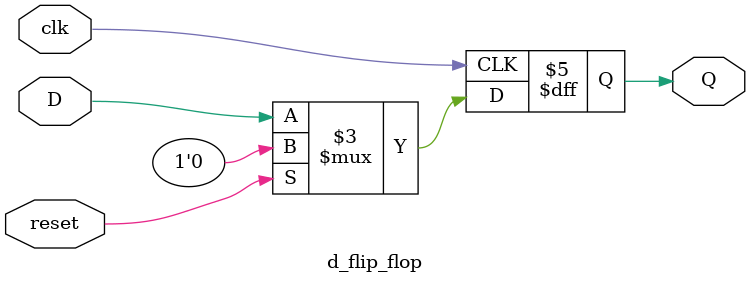
<source format=v>
module d_flip_flop(reset, clk, D, Q);
	input reset, clk, D;
	output reg Q;

	always @(posedge clk) begin
		if (reset)
			Q <= 0;
		else
			Q <= D;
	end
endmodule

</source>
